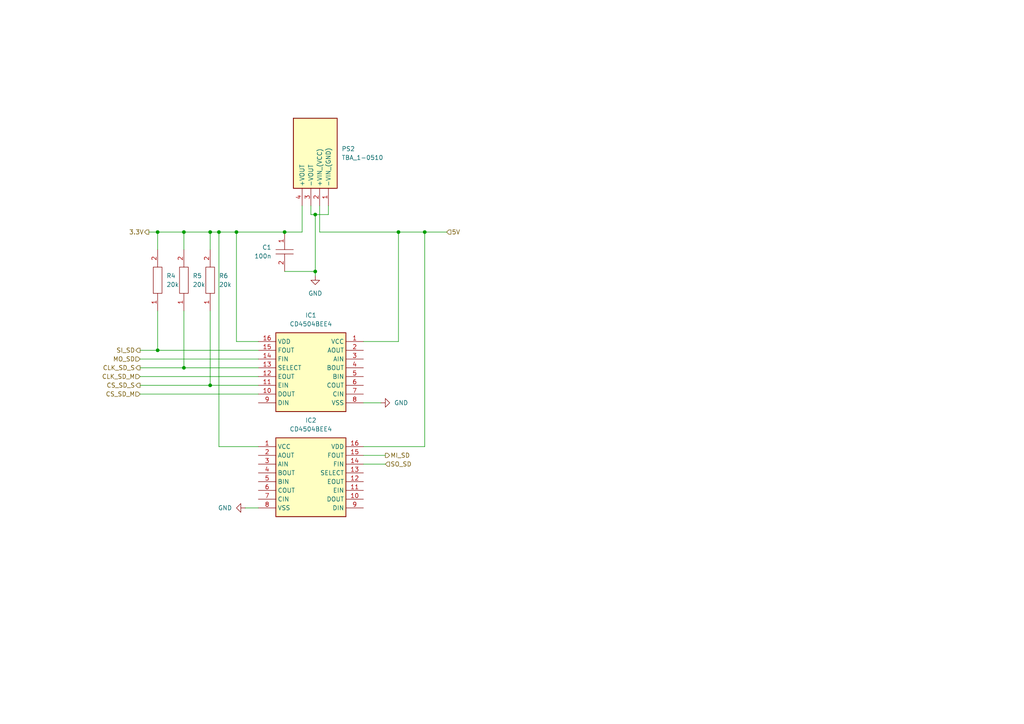
<source format=kicad_sch>
(kicad_sch (version 20231120) (generator "eeschema") (generator_version "8.0")
  (paper "A4")
  (lib_symbols
    (symbol "CD4504BEE4:CD4504BEE4"
      (property "Reference" "IC" (at 26.67 7.62 0))
      (property "Value" "CD4504BEE4" (at 26.67 5.08 0))
      (symbol "CD4504BEE4_1_1"
        (rectangle (start 5.08 2.54) (end 25.4 -20.32) (stroke (width 0.254)) (fill (type background)))
        (pin power_in line (at 0 0 0) (length 5.08) (name "VCC") (number "1"))
        (pin output line (at 30.48 -15.24 180) (length 5.08) (name "DOUT") (number "10"))
        (pin input line (at 30.48 -12.7 180) (length 5.08) (name "EIN") (number "11"))
        (pin output line (at 30.48 -10.16 180) (length 5.08) (name "EOUT") (number "12"))
        (pin passive line (at 30.48 -7.62 180) (length 5.08) (name "SELECT") (number "13"))
        (pin input line (at 30.48 -5.08 180) (length 5.08) (name "FIN") (number "14"))
        (pin output line (at 30.48 -2.54 180) (length 5.08) (name "FOUT") (number "15"))
        (pin power_in line (at 30.48 0 180) (length 5.08) (name "VDD") (number "16"))
        (pin output line (at 0 -2.54 0) (length 5.08) (name "AOUT") (number "2"))
        (pin input line (at 0 -5.08 0) (length 5.08) (name "AIN") (number "3"))
        (pin output line (at 0 -7.62 0) (length 5.08) (name "BOUT") (number "4"))
        (pin input line (at 0 -10.16 0) (length 5.08) (name "BIN") (number "5"))
        (pin output line (at 0 -12.7 0) (length 5.08) (name "COUT") (number "6"))
        (pin input line (at 0 -15.24 0) (length 5.08) (name "CIN") (number "7"))
        (pin power_in line (at 0 -17.78 0) (length 5.08) (name "VSS") (number "8"))
        (pin input line (at 30.48 -17.78 180) (length 5.08) (name "DIN") (number "9"))
      )
    )
    (symbol "EPSA_lib:Condensateur 0805Y1000104JXT" (pin_names (offset 0.762))
      (property "Reference" "C" (at 3.048 -1.524 0))
      (property "Value" "10u" (at 10.414 -2.286 0))
      (symbol "Condensateur 0805Y1000104JXT_0_1"
        (polyline (pts (xy 5.08 2.54) (xy 5.08 -2.54)) (stroke (width 0.1524)))
        (polyline (pts (xy 6.35 2.54) (xy 6.35 -2.54)) (stroke (width 0.1524)))
      )
      (symbol "Condensateur 0805Y1000104JXT_1_0"
        (pin passive line (at 0 0 0) (length 5.08) (name "~") (number "1"))
        (pin passive line (at 11.43 0 180) (length 5.08) (name "~") (number "2"))
      )
    )
    (symbol "EPSA_lib:Résistance RK73H2BLTDD2152F" (pin_names (offset 0.762))
      (property "Reference" "R" (at 7.62 0 0))
      (property "Value" "10" (at 7.366 2.54 0))
      (symbol "Résistance RK73H2BLTDD2152F_0_1"
        (polyline (pts (xy 5.08 1.27) (xy 12.7 1.27) (xy 12.7 -1.27) (xy 5.08 -1.27) (xy 5.08 1.27)) (stroke (width 0.1524)))
      )
      (symbol "Résistance RK73H2BLTDD2152F_1_0"
        (pin passive line (at 0 0 0) (length 5.08) (name "~") (number "1"))
        (pin passive line (at 17.78 0 180) (length 5.08) (name "~") (number "2"))
      )
    )
    (symbol "TBA-1-0510:TBA_1-0510"
      (property "Reference" "PS" (at 26.67 7.62 0))
      (property "Value" "TBA_1-0510" (at 26.67 5.08 0))
      (symbol "TBA_1-0510_1_1"
        (rectangle (start 5.08 2.54) (end 25.4 -10.16) (stroke (width 0.254)) (fill (type background)))
        (pin passive line (at 0 0 0) (length 5.08) (name "-VIN_(GND)") (number "1"))
        (pin passive line (at 0 -2.54 0) (length 5.08) (name "+VIN_(VCC)") (number "2"))
        (pin passive line (at 0 -5.08 0) (length 5.08) (name "-VOUT") (number "3"))
        (pin passive line (at 0 -7.62 0) (length 5.08) (name "+VOUT") (number "4"))
      )
    )
    (symbol "power:GND" (power) (pin_numbers hide) (pin_names (offset 0) hide)
      (property "Value" "GND" (at 0 -3.81 0))
      (symbol "GND_0_1"
        (polyline (pts (xy 0 0) (xy 0 -1.27) (xy 1.27 -1.27) (xy 0 -2.54) (xy -1.27 -1.27) (xy 0 -1.27)))
      )
      (symbol "GND_1_1"
        (pin power_in line (at 0 0 270) (length 0) (name "~") (number "1"))
      )
    )
  )
  (junction (at 53.34 106.68))
  (junction (at 115.57 67.31))
  (junction (at 63.5 67.31))
  (junction (at 91.44 62.23))
  (junction (at 91.44 78.74))
  (junction (at 53.34 67.31))
  (junction (at 60.96 67.31))
  (junction (at 60.96 111.76))
  (junction (at 45.72 67.31))
  (junction (at 82.55 67.31))
  (junction (at 68.58 67.31))
  (junction (at 45.72 101.6))
  (junction (at 123.19 67.31))
  (wire (pts (xy 95.25 62.23) (xy 91.44 62.23)))
  (wire (pts (xy 45.72 67.31) (xy 53.34 67.31)))
  (wire (pts (xy 92.71 67.31) (xy 92.71 59.69)))
  (wire (pts (xy 40.64 109.22) (xy 74.93 109.22)))
  (wire (pts (xy 90.17 62.23) (xy 90.17 59.69)))
  (wire (pts (xy 87.63 59.69) (xy 87.63 67.31)))
  (wire (pts (xy 115.57 67.31) (xy 123.19 67.31)))
  (wire (pts (xy 91.44 78.74) (xy 91.44 62.23)))
  (wire (pts (xy 123.19 67.31) (xy 123.19 129.54)))
  (wire (pts (xy 63.5 67.31) (xy 63.5 129.54)))
  (wire (pts (xy 74.93 99.06) (xy 68.58 99.06)))
  (wire (pts (xy 60.96 111.76) (xy 74.93 111.76)))
  (wire (pts (xy 105.41 132.08) (xy 111.76 132.08)))
  (wire (pts (xy 40.64 106.68) (xy 53.34 106.68)))
  (wire (pts (xy 91.44 80.01) (xy 91.44 78.74)))
  (wire (pts (xy 82.55 78.74) (xy 91.44 78.74)))
  (wire (pts (xy 105.41 99.06) (xy 115.57 99.06)))
  (wire (pts (xy 45.72 101.6) (xy 74.93 101.6)))
  (wire (pts (xy 40.64 104.14) (xy 74.93 104.14)))
  (wire (pts (xy 60.96 90.17) (xy 60.96 111.76)))
  (wire (pts (xy 92.71 67.31) (xy 115.57 67.31)))
  (wire (pts (xy 60.96 67.31) (xy 63.5 67.31)))
  (wire (pts (xy 40.64 111.76) (xy 60.96 111.76)))
  (wire (pts (xy 105.41 134.62) (xy 111.76 134.62)))
  (wire (pts (xy 40.64 101.6) (xy 45.72 101.6)))
  (wire (pts (xy 40.64 114.3) (xy 74.93 114.3)))
  (wire (pts (xy 43.18 67.31) (xy 45.72 67.31)))
  (wire (pts (xy 123.19 67.31) (xy 129.54 67.31)))
  (wire (pts (xy 63.5 67.31) (xy 68.58 67.31)))
  (wire (pts (xy 45.72 90.17) (xy 45.72 101.6)))
  (wire (pts (xy 68.58 67.31) (xy 82.55 67.31)))
  (wire (pts (xy 95.25 59.69) (xy 95.25 62.23)))
  (wire (pts (xy 105.41 116.84) (xy 110.49 116.84)))
  (wire (pts (xy 105.41 129.54) (xy 123.19 129.54)))
  (wire (pts (xy 53.34 90.17) (xy 53.34 106.68)))
  (wire (pts (xy 53.34 106.68) (xy 74.93 106.68)))
  (wire (pts (xy 60.96 67.31) (xy 60.96 72.39)))
  (wire (pts (xy 45.72 67.31) (xy 45.72 72.39)))
  (wire (pts (xy 82.55 67.31) (xy 87.63 67.31)))
  (wire (pts (xy 53.34 67.31) (xy 53.34 72.39)))
  (wire (pts (xy 115.57 67.31) (xy 115.57 99.06)))
  (wire (pts (xy 53.34 67.31) (xy 60.96 67.31)))
  (wire (pts (xy 74.93 129.54) (xy 63.5 129.54)))
  (wire (pts (xy 68.58 67.31) (xy 68.58 99.06)))
  (wire (pts (xy 71.12 147.32) (xy 74.93 147.32)))
  (wire (pts (xy 91.44 62.23) (xy 90.17 62.23)))
  (hierarchical_label "3.3V" (shape output) (at 43.18 67.31 180))
  (hierarchical_label "CS_SD_M" (shape input) (at 40.64 114.3 180))
  (hierarchical_label "CLK_SD_M" (shape input) (at 40.64 109.22 180))
  (hierarchical_label "SO_SD" (shape input) (at 111.76 134.62 0))
  (hierarchical_label "CS_SD_S" (shape output) (at 40.64 111.76 180))
  (hierarchical_label "CLK_SD_S" (shape output) (at 40.64 106.68 180))
  (hierarchical_label "MI_SD" (shape output) (at 111.76 132.08 0))
  (hierarchical_label "SI_SD" (shape output) (at 40.64 101.6 180))
  (hierarchical_label "5V" (shape input) (at 129.54 67.31 0))
  (hierarchical_label "MO_SD" (shape input) (at 40.64 104.14 180))
  (symbol (lib_id "power:GND") (at 71.12 147.32 270) (unit 1)
    (property "Reference" "#PWR017" (effects (hide yes)))
    (property "Value" "GND" (at 67.31 147.3199 90) (effects (justify right)))
    (property "Description" "Power symbol creates a global label with name \"GND\" , ground" (effects (hide yes)))
  )
  (symbol (lib_id "power:GND") (at 91.44 80.01 0) (unit 1)
    (property "Reference" "#PWR015" (effects (hide yes)))
    (property "Value" "GND" (at 91.44 85.09 0))
    (property "Description" "Power symbol creates a global label with name \"GND\" , ground" (effects (hide yes)))
  )
  (symbol (lib_id "power:GND") (at 110.49 116.84 90) (unit 1)
    (property "Reference" "#PWR016" (effects (hide yes)))
    (property "Value" "GND" (at 114.3 116.8399 90) (effects (justify right)))
    (property "Description" "Power symbol creates a global label with name \"GND\" , ground" (effects (hide yes)))
  )
  (symbol (lib_id "EPSA_lib:Résistance RK73H2BLTDD2152F") (at 45.72 90.17 90) (unit 1)
    (property "Reference" "R4" (at 48.26 80.0099 90) (effects (justify right)))
    (property "Value" "20k" (at 48.26 82.5499 90) (effects (justify right)))
    (property "Footprint" "EPSA_lib:RESC3216X70N" (effects (hide yes)))
    (property "Datasheet" "http://www.koaspeer.com/catimages/Products/RK73H/RK73H.pdf" (effects (hide yes)))
    (property "Description" "Thick Film Resistors - SMD" (effects (hide yes)))
    (property "Sim.Pins" "1=+ 2=-" (effects (hide yes)))
    (property "Sim.Device" "R" (effects (hide yes)))
    (property "Height" "0.7" (effects (hide yes)))
    (property "Manufacturer_Name" "KOA Speer" (effects (hide yes)))
    (property "Manufacturer_Part_Number" "RK73H2BLTDD2152F" (effects (hide yes)))
    (property "Mouser Part Number" "N/A" (effects (hide yes)))
    (property "Mouser Price/Stock" "https://www.mouser.co.uk/ProductDetail/KOA-Speer/RK73H2BLTDD2152F?qs=WeIALVmW3zmyxMFsjVzMRw%3D%3D" (effects (hide yes)))
    (property "Render Name" "Résistance" (effects (hide yes)))
  )
  (symbol (lib_id "EPSA_lib:Résistance RK73H2BLTDD2152F") (at 53.34 90.17 90) (unit 1)
    (property "Reference" "R5" (at 55.88 80.0099 90) (effects (justify right)))
    (property "Value" "20k" (at 55.88 82.5499 90) (effects (justify right)))
    (property "Footprint" "EPSA_lib:RESC3216X70N" (effects (hide yes)))
    (property "Datasheet" "http://www.koaspeer.com/catimages/Products/RK73H/RK73H.pdf" (effects (hide yes)))
    (property "Description" "Thick Film Resistors - SMD" (effects (hide yes)))
    (property "Sim.Pins" "1=+ 2=-" (effects (hide yes)))
    (property "Sim.Device" "R" (effects (hide yes)))
    (property "Height" "0.7" (effects (hide yes)))
    (property "Manufacturer_Name" "KOA Speer" (effects (hide yes)))
    (property "Manufacturer_Part_Number" "RK73H2BLTDD2152F" (effects (hide yes)))
    (property "Mouser Part Number" "N/A" (effects (hide yes)))
    (property "Mouser Price/Stock" "https://www.mouser.co.uk/ProductDetail/KOA-Speer/RK73H2BLTDD2152F?qs=WeIALVmW3zmyxMFsjVzMRw%3D%3D" (effects (hide yes)))
    (property "Render Name" "Résistance" (effects (hide yes)))
  )
  (symbol (lib_id "EPSA_lib:Résistance RK73H2BLTDD2152F") (at 60.96 90.17 90) (unit 1)
    (property "Reference" "R6" (at 63.5 80.0099 90) (effects (justify right)))
    (property "Value" "20k" (at 63.5 82.5499 90) (effects (justify right)))
    (property "Footprint" "EPSA_lib:RESC3216X70N" (effects (hide yes)))
    (property "Datasheet" "http://www.koaspeer.com/catimages/Products/RK73H/RK73H.pdf" (effects (hide yes)))
    (property "Description" "Thick Film Resistors - SMD" (effects (hide yes)))
    (property "Sim.Pins" "1=+ 2=-" (effects (hide yes)))
    (property "Sim.Device" "R" (effects (hide yes)))
    (property "Height" "0.7" (effects (hide yes)))
    (property "Manufacturer_Name" "KOA Speer" (effects (hide yes)))
    (property "Manufacturer_Part_Number" "RK73H2BLTDD2152F" (effects (hide yes)))
    (property "Mouser Part Number" "N/A" (effects (hide yes)))
    (property "Mouser Price/Stock" "https://www.mouser.co.uk/ProductDetail/KOA-Speer/RK73H2BLTDD2152F?qs=WeIALVmW3zmyxMFsjVzMRw%3D%3D" (effects (hide yes)))
    (property "Render Name" "Résistance" (effects (hide yes)))
  )
  (symbol (lib_id "EPSA_lib:Condensateur 0805Y1000104JXT") (at 82.55 67.31 270) (unit 1)
    (property "Reference" "C1" (at 78.74 71.7549 90) (effects (justify right)))
    (property "Value" "100n" (at 78.74 74.2949 90) (effects (justify right)))
    (property "Footprint" "EPSA_lib:CAPC2012X130N" (effects (hide yes)))
    (property "Datasheet" "http://docs-europe.electrocomponents.com/webdocs/119d/0900766b8119d7bc.pdf" (effects (hide yes)))
    (property "Description" "Syfer 0805 Ceramic Chip Capacitors" (effects (hide yes)))
    (property "Sim.Pins" "1=+ 2=-" (effects (hide yes)))
    (property "Sim.Device" "C" (effects (hide yes)))
    (property "Height" "1.3" (effects (hide yes)))
    (property "Manufacturer_Name" "Syfer" (effects (hide yes)))
    (property "Manufacturer_Part_Number" "0805Y1000104JXT" (effects (hide yes)))
    (property "Render Name" "Condensateur" (effects (hide yes)))
  )
  (symbol (lib_id "CD4504BEE4:CD4504BEE4") (at 105.41 99.06 0) (mirror y) (unit 1)
    (property "Reference" "IC1" (at 90.17 91.44 0))
    (property "Value" "CD4504BEE4" (at 90.17 93.98 0))
    (property "Footprint" "DIP794W53P254L1930H508Q16N" (effects (hide yes)))
    (property "Datasheet" "http://www.ti.com/lit/ds/symlink/cd4504b.pdf" (effects (hide yes)))
    (property "Description" "CD4504BEE4, Voltage Level Shifter 5  18 V 16-Pin PDIP" (effects (hide yes)))
    (property "Height" "5.08" (effects (hide yes)))
    (property "Mouser Part Number" "595-CD4504BEE4" (effects (hide yes)))
    (property "Mouser Price/Stock" "https://www.mouser.co.uk/ProductDetail/Texas-Instruments/CD4504BEE4?qs=LSR%252BNeaw%2FwCnTB7gbQKJIg%3D%3D" (effects (hide yes)))
    (property "Manufacturer_Name" "Texas Instruments" (effects (hide yes)))
    (property "Manufacturer_Part_Number" "CD4504BEE4" (effects (hide yes)))
  )
  (symbol (lib_id "CD4504BEE4:CD4504BEE4") (at 74.93 129.54 0) (unit 1)
    (property "Reference" "IC2" (at 90.17 121.92 0))
    (property "Value" "CD4504BEE4" (at 90.17 124.46 0))
    (property "Footprint" "DIP794W53P254L1930H508Q16N" (effects (hide yes)))
    (property "Datasheet" "http://www.ti.com/lit/ds/symlink/cd4504b.pdf" (effects (hide yes)))
    (property "Description" "CD4504BEE4, Voltage Level Shifter 5  18 V 16-Pin PDIP" (effects (hide yes)))
    (property "Height" "5.08" (effects (hide yes)))
    (property "Mouser Part Number" "595-CD4504BEE4" (effects (hide yes)))
    (property "Mouser Price/Stock" "https://www.mouser.co.uk/ProductDetail/Texas-Instruments/CD4504BEE4?qs=LSR%252BNeaw%2FwCnTB7gbQKJIg%3D%3D" (effects (hide yes)))
    (property "Manufacturer_Name" "Texas Instruments" (effects (hide yes)))
    (property "Manufacturer_Part_Number" "CD4504BEE4" (effects (hide yes)))
  )
  (symbol (lib_id "TBA-1-0510:TBA_1-0510") (at 95.25 59.69 270) (mirror x) (unit 1)
    (property "Reference" "PS2" (at 99.06 43.1799 90) (effects (justify left)))
    (property "Value" "TBA_1-0510" (at 99.06 45.7199 90) (effects (justify left)))
    (property "Footprint" "TBA1" (effects (hide yes)))
    (property "Datasheet" "https://tracopower.com/tba1-datasheet/" (effects (hide yes)))
    (property "Description" "1 Watt DC/DC converter, industrial, +/-10% input, short circuit protection, unregulated, encapsulated, SIP-4" (effects (hide yes)))
    (property "Height" "9.65" (effects (hide yes)))
    (property "Mouser Part Number" "495-TBA1-0510" (effects (hide yes)))
    (property "Mouser Price/Stock" "https://www.mouser.co.uk/ProductDetail/TRACO-Power/TBA-1-0510?qs=byeeYqUIh0OvjF9Io2XdlA%3D%3D" (effects (hide yes)))
    (property "Manufacturer_Name" "Traco Power" (effects (hide yes)))
    (property "Manufacturer_Part_Number" "TBA 1-0510" (effects (hide yes)))
  )
)
</source>
